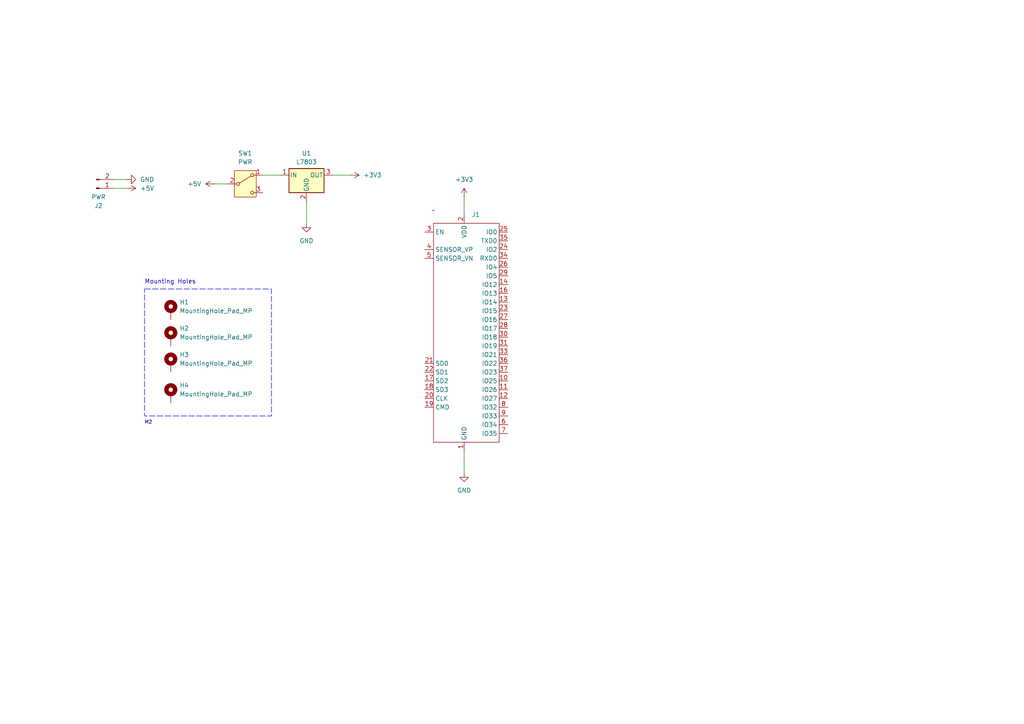
<source format=kicad_sch>
(kicad_sch (version 20230121) (generator eeschema)
  (paper "A4")
  (lib_symbols
    (symbol "Alexander_Library_Symbols:ESP32-WROOM-32D-SOCKET"
      (property "Reference" "J" (at 0 0 0))
      (symbol "ESP32-WROOM-32D-SOCKET_0_1"
        (rectangle (start 0 -3.81) (end 19.05 -67.31))
      )
      (symbol "ESP32-WROOM-32D-SOCKET_1_1"
        (pin power_out line (at 8.89 -69.85 90) (length 2.54) (name "GND") (number "1"))
        (pin bidirectional line (at 21.59 -49.53 180) (length 2.54) (name "IO25") (number "10"))
        (pin bidirectional line (at 21.59 -52.07 180) (length 2.54) (name "IO26") (number "11"))
        (pin bidirectional line (at 21.59 -54.61 180) (length 2.54) (name "IO27") (number "12"))
        (pin bidirectional line (at 21.59 -26.67 180) (length 2.54) (name "IO14") (number "13"))
        (pin bidirectional line (at 21.59 -21.59 180) (length 2.54) (name "IO12") (number "14"))
        (pin bidirectional line (at 21.59 -24.13 180) (length 2.54) (name "IO13") (number "16"))
        (pin input line (at -2.54 -49.53 0) (length 2.54) (name "SD2") (number "17"))
        (pin input line (at -2.54 -52.07 0) (length 2.54) (name "SD3") (number "18"))
        (pin input line (at -2.54 -57.15 0) (length 2.54) (name "CMD") (number "19"))
        (pin power_in line (at 8.89 -1.27 270) (length 2.54) (name "VDD") (number "2"))
        (pin input line (at -2.54 -54.61 0) (length 2.54) (name "CLK") (number "20"))
        (pin input line (at -2.54 -44.45 0) (length 2.54) (name "SD0") (number "21"))
        (pin input line (at -2.54 -46.99 0) (length 2.54) (name "SD1") (number "22"))
        (pin bidirectional line (at 21.59 -29.21 180) (length 2.54) (name "IO15") (number "23"))
        (pin bidirectional line (at 21.59 -11.43 180) (length 2.54) (name "IO2") (number "24"))
        (pin bidirectional line (at 21.59 -6.35 180) (length 2.54) (name "IO0") (number "25"))
        (pin bidirectional line (at 21.59 -16.51 180) (length 2.54) (name "IO4") (number "26"))
        (pin bidirectional line (at 21.59 -31.75 180) (length 2.54) (name "IO16") (number "27"))
        (pin bidirectional line (at 21.59 -34.29 180) (length 2.54) (name "IO17") (number "28"))
        (pin bidirectional line (at 21.59 -19.05 180) (length 2.54) (name "IO5") (number "29"))
        (pin input line (at -2.54 -6.35 0) (length 2.54) (name "EN") (number "3"))
        (pin bidirectional line (at 21.59 -36.83 180) (length 2.54) (name "IO18") (number "30"))
        (pin bidirectional line (at 21.59 -39.37 180) (length 2.54) (name "IO19") (number "31"))
        (pin bidirectional line (at 21.59 -41.91 180) (length 2.54) (name "IO21") (number "33"))
        (pin input line (at 21.59 -13.97 180) (length 2.54) (name "RXD0") (number "34"))
        (pin output line (at 21.59 -8.89 180) (length 2.54) (name "TXD0") (number "35"))
        (pin bidirectional line (at 21.59 -44.45 180) (length 2.54) (name "IO22") (number "36"))
        (pin bidirectional line (at 21.59 -46.99 180) (length 2.54) (name "IO23") (number "37"))
        (pin input line (at -2.54 -11.43 0) (length 2.54) (name "SENSOR_VP") (number "4"))
        (pin input line (at -2.54 -13.97 0) (length 2.54) (name "SENSOR_VN") (number "5"))
        (pin bidirectional line (at 21.59 -62.23 180) (length 2.54) (name "IO34") (number "6"))
        (pin bidirectional line (at 21.59 -64.77 180) (length 2.54) (name "IO35") (number "7"))
        (pin bidirectional line (at 21.59 -57.15 180) (length 2.54) (name "IO32") (number "8"))
        (pin bidirectional line (at 21.59 -59.69 180) (length 2.54) (name "IO33") (number "9"))
      )
    )
    (symbol "Connector:Conn_01x02_Pin" (pin_names (offset 1.016) hide)
      (property "Reference" "J" (at 0 2.54 0))
      (property "Value" "Conn_01x02_Pin" (at 0 -5.08 0))
      (symbol "Conn_01x02_Pin_1_1"
        (polyline (pts (xy 1.27 -2.54) (xy 0.8636 -2.54)) (stroke (width 0.1524)))
        (polyline (pts (xy 1.27 0) (xy 0.8636 0)) (stroke (width 0.1524)))
        (rectangle (start 0.8636 -2.413) (end 0 -2.667) (stroke (width 0.1524)) (fill (type outline)))
        (rectangle (start 0.8636 0.127) (end 0 -0.127) (stroke (width 0.1524)) (fill (type outline)))
        (pin passive line (at 5.08 0 180) (length 3.81) (name "Pin_1") (number "1"))
        (pin passive line (at 5.08 -2.54 180) (length 3.81) (name "Pin_2") (number "2"))
      )
    )
    (symbol "Mechanical:MountingHole_Pad_MP" (pin_numbers hide) (pin_names (offset 1.016) hide)
      (property "Reference" "H" (at 0 6.35 0))
      (property "Value" "MountingHole_Pad_MP" (at 0 4.445 0))
      (symbol "MountingHole_Pad_MP_0_1"
        (circle (center 0 1.27) (radius 1.27) (stroke (width 1.27)))
      )
      (symbol "MountingHole_Pad_MP_1_1"
        (pin input line (at 0 -2.54 90) (length 2.54) (name "MP") (number "MP"))
      )
    )
    (symbol "Regulator_Linear:L7805" (pin_names (offset 0.254))
      (property "Reference" "U" (at -3.81 3.175 0))
      (property "Value" "L7805" (at 0 3.175 0))
      (symbol "L7805_0_1"
        (rectangle (start -5.08 1.905) (end 5.08 -5.08) (stroke (width 0.254)) (fill (type background)))
      )
      (symbol "L7805_1_1"
        (pin power_in line (at -7.62 0 0) (length 2.54) (name "IN") (number "1"))
        (pin power_in line (at 0 -7.62 90) (length 2.54) (name "GND") (number "2"))
        (pin power_out line (at 7.62 0 180) (length 2.54) (name "OUT") (number "3"))
      )
    )
    (symbol "Switch:SW_SPDT" (pin_names (offset 0) hide)
      (property "Reference" "SW" (at 0 5.08 0))
      (property "Value" "SW_SPDT" (at 0 -5.08 0))
      (symbol "SW_SPDT_0_1"
        (circle (center -2.032 0) (radius 0.4572))
        (polyline (pts (xy -1.651 0.254) (xy 1.651 2.286)))
        (circle (center 2.032 -2.54) (radius 0.4572))
        (circle (center 2.032 2.54) (radius 0.4572))
      )
      (symbol "SW_SPDT_1_1"
        (rectangle (start -3.175 3.81) (end 3.175 -3.81) (fill (type background)))
        (pin passive line (at 5.08 2.54 180) (length 2.54) (name "A") (number "1"))
        (pin passive line (at -5.08 0 0) (length 2.54) (name "B") (number "2"))
        (pin passive line (at 5.08 -2.54 180) (length 2.54) (name "C") (number "3"))
      )
    )
    (symbol "power:+3V3" (power) (pin_names (offset 0))
      (property "Value" "+3V3" (at 0 3.556 0))
      (symbol "+3V3_0_1"
        (polyline (pts (xy -0.762 1.27) (xy 0 2.54)))
        (polyline (pts (xy 0 0) (xy 0 2.54)))
        (polyline (pts (xy 0 2.54) (xy 0.762 1.27)))
      )
      (symbol "+3V3_1_1"
        (pin power_in line (at 0 0 90) (length 0) hide (name "+3V3") (number "1"))
      )
    )
    (symbol "power:+5V" (power) (pin_names (offset 0))
      (property "Value" "+5V" (at 0 3.556 0))
      (symbol "+5V_0_1"
        (polyline (pts (xy -0.762 1.27) (xy 0 2.54)))
        (polyline (pts (xy 0 0) (xy 0 2.54)))
        (polyline (pts (xy 0 2.54) (xy 0.762 1.27)))
      )
      (symbol "+5V_1_1"
        (pin power_in line (at 0 0 90) (length 0) hide (name "+5V") (number "1"))
      )
    )
    (symbol "power:GND" (power) (pin_names (offset 0))
      (property "Value" "GND" (at 0 -3.81 0))
      (symbol "GND_0_1"
        (polyline (pts (xy 0 0) (xy 0 -1.27) (xy 1.27 -1.27) (xy 0 -2.54) (xy -1.27 -1.27) (xy 0 -1.27)))
      )
      (symbol "GND_1_1"
        (pin power_in line (at 0 0 270) (length 0) hide (name "GND") (number "1"))
      )
    )
  )
  (wire (pts (xy 76.2 50.8) (xy 81.28 50.8)))
  (wire (pts (xy 62.23 53.34) (xy 66.04 53.34)))
  (wire (pts (xy 88.9 58.42) (xy 88.9 64.77)))
  (wire (pts (xy 134.62 130.81) (xy 134.62 137.16)))
  (wire (pts (xy 33.02 54.61) (xy 36.83 54.61)))
  (wire (pts (xy 96.52 50.8) (xy 101.6 50.8)))
  (wire (pts (xy 33.02 52.07) (xy 36.83 52.07)))
  (wire (pts (xy 134.62 57.15) (xy 134.62 62.23)))
  (rectangle (start 41.91 83.82) (end 78.74 120.65) (stroke (width 0) (type dash)))
  (text "M2" (at 41.91 123.19 0) (effects (font (size 1 1)) (justify left bottom)))
  (text "Mounting Holes" (at 41.91 82.55 0) (effects (font (size 1.27 1.27)) (justify left bottom)))
  (symbol (lib_id "power:+3V3") (at 101.6 50.8 270) (unit 1)
    (property "Reference" "#PWR06" (effects hide))
    (property "Value" "+3V3" (at 105.41 50.8 90) (effects (justify left)))
  )
  (symbol (lib_id "Connector:Conn_01x02_Pin") (at 27.94 54.61 0) (mirror x) (unit 1)
    (property "Reference" "J2" (at 28.575 59.69 0))
    (property "Value" "PWR" (at 28.575 57.15 0))
    (property "Footprint" "Connector_PinHeader_2.54mm:PinHeader_1x02_P2.54mm_Horizontal" (effects hide))
  )
  (symbol (lib_id "Alexander_Library_Symbols:ESP32-WROOM-32D-SOCKET") (at 125.73 60.96 0) (unit 1)
    (property "Reference" "J1" (at 136.8141 62.23 0) (effects (justify left)))
    (property "Value" "~" (at 125.73 60.96 0))
  )
  (symbol (lib_id "Regulator_Linear:L7805") (at 88.9 50.8 0) (unit 1)
    (property "Reference" "U1" (at 88.9 44.45 0))
    (property "Value" "L7803" (at 88.9 46.99 0))
    (property "Footprint" "Alexander Footprints Library:L7803CV" (effects hide))
    (property "Datasheet" "http://www.st.com/content/ccc/resource/technical/document/datasheet/41/4f/b3/b0/12/d4/47/88/CD00000444.pdf/files/CD00000444.pdf/jcr:content/translations/en.CD00000444.pdf" (effects hide))
  )
  (symbol (lib_id "power:+5V") (at 62.23 53.34 90) (unit 1)
    (property "Reference" "#PWR07" (effects hide))
    (property "Value" "+5V" (at 58.42 53.34 90) (effects (justify left)))
  )
  (symbol (lib_id "power:GND") (at 134.62 137.16 0) (unit 1)
    (property "Reference" "#PWR03" (effects hide))
    (property "Value" "GND" (at 134.62 142.24 0))
  )
  (symbol (lib_id "Mechanical:MountingHole_Pad_MP") (at 49.53 105.41 0) (unit 1)
    (property "Reference" "H3" (at 52.07 102.87 0) (effects (justify left)))
    (property "Value" "MountingHole_Pad_MP" (at 52.07 105.41 0) (effects (justify left)))
    (property "Footprint" "MountingHole:MountingHole_2.2mm_M2" (effects hide))
  )
  (symbol (lib_id "Mechanical:MountingHole_Pad_MP") (at 49.53 114.3 0) (unit 1)
    (property "Reference" "H4" (at 52.07 111.76 0) (effects (justify left)))
    (property "Value" "MountingHole_Pad_MP" (at 52.07 114.3 0) (effects (justify left)))
    (property "Footprint" "MountingHole:MountingHole_2.2mm_M2" (effects hide))
  )
  (symbol (lib_id "Switch:SW_SPDT") (at 71.12 53.34 0) (unit 1)
    (property "Reference" "SW1" (at 71.12 44.45 0))
    (property "Value" "PWR" (at 71.12 46.99 0))
    (property "Footprint" "Alexander Footprints Library:Switch_Slide_2.2mm" (effects hide))
  )
  (symbol (lib_id "power:+5V") (at 36.83 54.61 270) (unit 1)
    (property "Reference" "#PWR01" (effects hide))
    (property "Value" "+5V" (at 40.64 54.61 90) (effects (justify left)))
  )
  (symbol (lib_id "power:GND") (at 88.9 64.77 0) (unit 1)
    (property "Reference" "#PWR05" (effects hide))
    (property "Value" "GND" (at 88.9 69.85 0))
  )
  (symbol (lib_id "power:+3V3") (at 134.62 57.15 0) (unit 1)
    (property "Reference" "#PWR04" (effects hide))
    (property "Value" "+3V3" (at 134.62 52.07 0))
  )
  (symbol (lib_id "Mechanical:MountingHole_Pad_MP") (at 49.53 97.79 0) (unit 1)
    (property "Reference" "H2" (at 52.07 95.25 0) (effects (justify left)))
    (property "Value" "MountingHole_Pad_MP" (at 52.07 97.79 0) (effects (justify left)))
    (property "Footprint" "MountingHole:MountingHole_2.2mm_M2" (effects hide))
  )
  (symbol (lib_id "Mechanical:MountingHole_Pad_MP") (at 49.53 90.17 0) (unit 1)
    (property "Reference" "H1" (at 52.07 87.63 0) (effects (justify left)))
    (property "Value" "MountingHole_Pad_MP" (at 52.07 90.17 0) (effects (justify left)))
    (property "Footprint" "MountingHole:MountingHole_2.2mm_M2" (effects hide))
  )
  (symbol (lib_id "power:GND") (at 36.83 52.07 90) (unit 1)
    (property "Reference" "#PWR02" (effects hide))
    (property "Value" "GND" (at 40.64 52.07 90) (effects (justify right)))
  )
)
</source>
